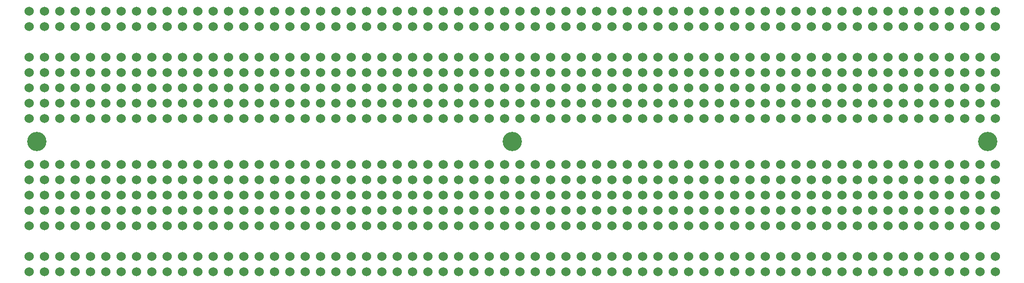
<source format=gbr>
%TF.GenerationSoftware,KiCad,Pcbnew,5.1.9-73d0e3b20d~88~ubuntu20.04.1*%
%TF.CreationDate,2021-01-27T17:20:50-06:00*%
%TF.ProjectId,ProtoPCBs,50726f74-6f50-4434-9273-2e6b69636164,rev?*%
%TF.SameCoordinates,Original*%
%TF.FileFunction,Soldermask,Bot*%
%TF.FilePolarity,Negative*%
%FSLAX46Y46*%
G04 Gerber Fmt 4.6, Leading zero omitted, Abs format (unit mm)*
G04 Created by KiCad (PCBNEW 5.1.9-73d0e3b20d~88~ubuntu20.04.1) date 2021-01-27 17:20:50*
%MOMM*%
%LPD*%
G01*
G04 APERTURE LIST*
%ADD10C,3.200000*%
%ADD11C,1.524000*%
G04 APERTURE END LIST*
D10*
%TO.C,REF\u002A\u002A*%
X151130000Y-80010000D03*
%TD*%
%TO.C,REF\u002A\u002A*%
X229870000Y-80010000D03*
%TD*%
%TO.C,REF\u002A\u002A*%
X72390000Y-80010000D03*
%TD*%
D11*
%TO.C,REF\u002A\u002A*%
X71120000Y-58420000D03*
X228600000Y-60960000D03*
X226060000Y-60960000D03*
X223520000Y-58420000D03*
X208280000Y-58420000D03*
X167640000Y-58420000D03*
X175260000Y-58420000D03*
X180340000Y-58420000D03*
X187960000Y-58420000D03*
X203200000Y-60960000D03*
X210820000Y-60960000D03*
X190500000Y-58420000D03*
X195580000Y-58420000D03*
X165100000Y-58420000D03*
X180340000Y-60960000D03*
X218440000Y-60960000D03*
X220980000Y-60960000D03*
X190500000Y-60960000D03*
X223520000Y-60960000D03*
X231140000Y-60960000D03*
X177800000Y-60960000D03*
X210820000Y-58420000D03*
X195580000Y-60960000D03*
X200660000Y-58420000D03*
X154940000Y-60960000D03*
X198120000Y-58420000D03*
X193040000Y-58420000D03*
X157480000Y-60960000D03*
X81280000Y-60960000D03*
X134620000Y-58420000D03*
X104140000Y-58420000D03*
X152400000Y-58420000D03*
X162560000Y-60960000D03*
X215900000Y-58420000D03*
X185420000Y-58420000D03*
X165100000Y-60960000D03*
X182880000Y-58420000D03*
X152400000Y-60960000D03*
X172720000Y-60960000D03*
X193040000Y-60960000D03*
X177800000Y-58420000D03*
X83820000Y-60960000D03*
X101600000Y-58420000D03*
X71120000Y-60960000D03*
X91440000Y-60960000D03*
X154940000Y-58420000D03*
X205740000Y-58420000D03*
X111760000Y-60960000D03*
X83820000Y-58420000D03*
X99060000Y-60960000D03*
X213360000Y-60960000D03*
X228600000Y-58420000D03*
X162560000Y-58420000D03*
X231140000Y-58420000D03*
X215900000Y-60960000D03*
X220980000Y-58420000D03*
X218440000Y-58420000D03*
X160020000Y-58420000D03*
X175260000Y-60960000D03*
X208280000Y-60960000D03*
X226060000Y-58420000D03*
X182880000Y-60960000D03*
X185420000Y-60960000D03*
X205740000Y-60960000D03*
X203200000Y-58420000D03*
X172720000Y-58420000D03*
X187960000Y-60960000D03*
X157480000Y-58420000D03*
X198120000Y-60960000D03*
X170180000Y-58420000D03*
X170180000Y-60960000D03*
X200660000Y-60960000D03*
X167640000Y-60960000D03*
X213360000Y-58420000D03*
X137160000Y-60960000D03*
X139700000Y-60960000D03*
X109220000Y-60960000D03*
X142240000Y-60960000D03*
X149860000Y-60960000D03*
X96520000Y-60960000D03*
X147320000Y-60960000D03*
X144780000Y-60960000D03*
X142240000Y-58420000D03*
X127000000Y-58420000D03*
X86360000Y-58420000D03*
X93980000Y-58420000D03*
X99060000Y-58420000D03*
X106680000Y-58420000D03*
X121920000Y-60960000D03*
X129540000Y-60960000D03*
X109220000Y-58420000D03*
X132080000Y-60960000D03*
X147320000Y-58420000D03*
X81280000Y-58420000D03*
X114300000Y-58420000D03*
X149860000Y-58420000D03*
X134620000Y-60960000D03*
X139700000Y-58420000D03*
X137160000Y-58420000D03*
X78740000Y-58420000D03*
X93980000Y-60960000D03*
X127000000Y-60960000D03*
X144780000Y-58420000D03*
X101600000Y-60960000D03*
X104140000Y-60960000D03*
X124460000Y-60960000D03*
X121920000Y-58420000D03*
X91440000Y-58420000D03*
X106680000Y-60960000D03*
X76200000Y-58420000D03*
X116840000Y-60960000D03*
X88900000Y-58420000D03*
X88900000Y-60960000D03*
X119380000Y-60960000D03*
X86360000Y-60960000D03*
X132080000Y-58420000D03*
X129540000Y-58420000D03*
X114300000Y-60960000D03*
X119380000Y-58420000D03*
X73660000Y-60960000D03*
X116840000Y-58420000D03*
X111760000Y-58420000D03*
X124460000Y-58420000D03*
X160020000Y-60960000D03*
X96520000Y-58420000D03*
X76200000Y-60960000D03*
X78740000Y-60960000D03*
X73660000Y-58420000D03*
X231140000Y-99060000D03*
X226060000Y-101600000D03*
X226060000Y-99060000D03*
X177800000Y-99060000D03*
X187960000Y-99060000D03*
X175260000Y-99060000D03*
X160020000Y-99060000D03*
X195580000Y-101600000D03*
X160020000Y-101600000D03*
X193040000Y-99060000D03*
X167640000Y-101600000D03*
X198120000Y-101600000D03*
X154940000Y-101600000D03*
X218440000Y-99060000D03*
X231140000Y-101600000D03*
X172720000Y-99060000D03*
X215900000Y-101600000D03*
X213360000Y-99060000D03*
X218440000Y-101600000D03*
X208280000Y-101600000D03*
X167640000Y-99060000D03*
X190500000Y-101600000D03*
X182880000Y-99060000D03*
X182880000Y-101600000D03*
X177800000Y-101600000D03*
X165100000Y-101600000D03*
X157480000Y-101600000D03*
X170180000Y-101600000D03*
X71120000Y-101600000D03*
X142240000Y-99060000D03*
X142240000Y-101600000D03*
X139700000Y-99060000D03*
X139700000Y-101600000D03*
X106680000Y-101600000D03*
X93980000Y-101600000D03*
X152400000Y-101600000D03*
X223520000Y-99060000D03*
X223520000Y-101600000D03*
X220980000Y-99060000D03*
X220980000Y-101600000D03*
X187960000Y-101600000D03*
X175260000Y-101600000D03*
X195580000Y-99060000D03*
X215900000Y-99060000D03*
X190500000Y-99060000D03*
X172720000Y-101600000D03*
X114300000Y-99060000D03*
X134620000Y-99060000D03*
X109220000Y-99060000D03*
X91440000Y-101600000D03*
X162560000Y-101600000D03*
X111760000Y-101600000D03*
X99060000Y-99060000D03*
X99060000Y-101600000D03*
X73660000Y-101600000D03*
X213360000Y-101600000D03*
X228600000Y-101600000D03*
X193040000Y-101600000D03*
X180340000Y-99060000D03*
X180340000Y-101600000D03*
X170180000Y-99060000D03*
X228600000Y-99060000D03*
X154940000Y-99060000D03*
X165100000Y-99060000D03*
X203200000Y-99060000D03*
X203200000Y-101600000D03*
X200660000Y-99060000D03*
X200660000Y-101600000D03*
X162560000Y-99060000D03*
X185420000Y-99060000D03*
X208280000Y-99060000D03*
X81280000Y-99060000D03*
X76200000Y-99060000D03*
X88900000Y-101600000D03*
X104140000Y-99060000D03*
X81280000Y-101600000D03*
X210820000Y-99060000D03*
X205740000Y-101600000D03*
X205740000Y-99060000D03*
X185420000Y-101600000D03*
X198120000Y-99060000D03*
X210820000Y-101600000D03*
X152400000Y-99060000D03*
X137160000Y-99060000D03*
X149860000Y-101600000D03*
X91440000Y-99060000D03*
X134620000Y-101600000D03*
X132080000Y-99060000D03*
X137160000Y-101600000D03*
X127000000Y-101600000D03*
X86360000Y-99060000D03*
X109220000Y-101600000D03*
X101600000Y-99060000D03*
X101600000Y-101600000D03*
X96520000Y-101600000D03*
X149860000Y-99060000D03*
X144780000Y-101600000D03*
X144780000Y-99060000D03*
X96520000Y-99060000D03*
X106680000Y-99060000D03*
X93980000Y-99060000D03*
X78740000Y-99060000D03*
X114300000Y-101600000D03*
X78740000Y-101600000D03*
X111760000Y-99060000D03*
X86360000Y-101600000D03*
X157480000Y-99060000D03*
X132080000Y-101600000D03*
X147320000Y-101600000D03*
X116840000Y-101600000D03*
X88900000Y-99060000D03*
X147320000Y-99060000D03*
X73660000Y-99060000D03*
X83820000Y-99060000D03*
X121920000Y-99060000D03*
X121920000Y-101600000D03*
X119380000Y-99060000D03*
X119380000Y-101600000D03*
X129540000Y-99060000D03*
X124460000Y-101600000D03*
X124460000Y-99060000D03*
X104140000Y-101600000D03*
X116840000Y-99060000D03*
X129540000Y-101600000D03*
X71120000Y-99060000D03*
X127000000Y-99060000D03*
X83820000Y-101600000D03*
X76200000Y-101600000D03*
X71120000Y-83820000D03*
X228600000Y-86360000D03*
X226060000Y-86360000D03*
X223520000Y-83820000D03*
X231140000Y-91440000D03*
X226060000Y-93980000D03*
X226060000Y-91440000D03*
X208280000Y-83820000D03*
X195580000Y-88900000D03*
X160020000Y-88900000D03*
X167640000Y-83820000D03*
X175260000Y-83820000D03*
X177800000Y-91440000D03*
X177800000Y-88900000D03*
X187960000Y-91440000D03*
X180340000Y-83820000D03*
X175260000Y-91440000D03*
X160020000Y-91440000D03*
X180340000Y-88900000D03*
X187960000Y-83820000D03*
X195580000Y-93980000D03*
X193040000Y-88900000D03*
X160020000Y-93980000D03*
X203200000Y-86360000D03*
X193040000Y-91440000D03*
X210820000Y-86360000D03*
X175260000Y-88900000D03*
X190500000Y-83820000D03*
X167640000Y-93980000D03*
X198120000Y-93980000D03*
X195580000Y-83820000D03*
X165100000Y-83820000D03*
X180340000Y-86360000D03*
X154940000Y-93980000D03*
X157480000Y-88900000D03*
X218440000Y-91440000D03*
X218440000Y-88900000D03*
X218440000Y-86360000D03*
X231140000Y-93980000D03*
X220980000Y-86360000D03*
X226060000Y-88900000D03*
X185420000Y-88900000D03*
X172720000Y-91440000D03*
X190500000Y-86360000D03*
X215900000Y-93980000D03*
X213360000Y-88900000D03*
X223520000Y-86360000D03*
X213360000Y-91440000D03*
X231140000Y-86360000D03*
X218440000Y-93980000D03*
X208280000Y-93980000D03*
X177800000Y-86360000D03*
X167640000Y-91440000D03*
X190500000Y-93980000D03*
X182880000Y-91440000D03*
X182880000Y-93980000D03*
X177800000Y-93980000D03*
X162560000Y-88900000D03*
X210820000Y-83820000D03*
X195580000Y-86360000D03*
X208280000Y-91440000D03*
X200660000Y-83820000D03*
X182880000Y-88900000D03*
X165100000Y-93980000D03*
X165100000Y-88900000D03*
X154940000Y-86360000D03*
X157480000Y-93980000D03*
X170180000Y-93980000D03*
X198120000Y-83820000D03*
X193040000Y-83820000D03*
X157480000Y-86360000D03*
X71120000Y-93980000D03*
X81280000Y-86360000D03*
X134620000Y-83820000D03*
X142240000Y-91440000D03*
X142240000Y-93980000D03*
X139700000Y-91440000D03*
X139700000Y-93980000D03*
X106680000Y-93980000D03*
X106680000Y-88900000D03*
X104140000Y-83820000D03*
X93980000Y-93980000D03*
X152400000Y-83820000D03*
X152400000Y-93980000D03*
X162560000Y-86360000D03*
X215900000Y-83820000D03*
X223520000Y-91440000D03*
X223520000Y-93980000D03*
X220980000Y-91440000D03*
X220980000Y-93980000D03*
X187960000Y-93980000D03*
X187960000Y-88900000D03*
X185420000Y-83820000D03*
X175260000Y-93980000D03*
X195580000Y-91440000D03*
X200660000Y-88900000D03*
X215900000Y-91440000D03*
X220980000Y-88900000D03*
X223520000Y-88900000D03*
X203200000Y-88900000D03*
X165100000Y-86360000D03*
X172720000Y-88900000D03*
X210820000Y-88900000D03*
X182880000Y-83820000D03*
X190500000Y-91440000D03*
X152400000Y-86360000D03*
X172720000Y-86360000D03*
X172720000Y-93980000D03*
X193040000Y-86360000D03*
X114300000Y-91440000D03*
X119380000Y-88900000D03*
X170180000Y-88900000D03*
X177800000Y-83820000D03*
X134620000Y-91440000D03*
X139700000Y-88900000D03*
X142240000Y-88900000D03*
X152400000Y-88900000D03*
X121920000Y-88900000D03*
X83820000Y-86360000D03*
X91440000Y-88900000D03*
X129540000Y-88900000D03*
X101600000Y-83820000D03*
X109220000Y-91440000D03*
X71120000Y-86360000D03*
X91440000Y-86360000D03*
X154940000Y-83820000D03*
X91440000Y-93980000D03*
X205740000Y-83820000D03*
X162560000Y-93980000D03*
X111760000Y-86360000D03*
X111760000Y-93980000D03*
X99060000Y-91440000D03*
X99060000Y-93980000D03*
X83820000Y-83820000D03*
X99060000Y-86360000D03*
X73660000Y-93980000D03*
X76200000Y-88900000D03*
X167640000Y-88900000D03*
X231140000Y-88900000D03*
X213360000Y-86360000D03*
X213360000Y-93980000D03*
X228600000Y-93980000D03*
X228600000Y-83820000D03*
X215900000Y-88900000D03*
X162560000Y-83820000D03*
X193040000Y-93980000D03*
X180340000Y-91440000D03*
X180340000Y-93980000D03*
X170180000Y-91440000D03*
X231140000Y-83820000D03*
X215900000Y-86360000D03*
X228600000Y-91440000D03*
X220980000Y-83820000D03*
X218440000Y-83820000D03*
X160020000Y-83820000D03*
X175260000Y-86360000D03*
X154940000Y-91440000D03*
X165100000Y-91440000D03*
X203200000Y-91440000D03*
X203200000Y-93980000D03*
X200660000Y-91440000D03*
X200660000Y-93980000D03*
X208280000Y-86360000D03*
X226060000Y-83820000D03*
X162560000Y-91440000D03*
X208280000Y-88900000D03*
X185420000Y-91440000D03*
X182880000Y-86360000D03*
X185420000Y-86360000D03*
X205740000Y-86360000D03*
X203200000Y-83820000D03*
X210820000Y-91440000D03*
X205740000Y-93980000D03*
X205740000Y-91440000D03*
X172720000Y-83820000D03*
X187960000Y-86360000D03*
X185420000Y-93980000D03*
X157480000Y-83820000D03*
X198120000Y-91440000D03*
X198120000Y-88900000D03*
X198120000Y-86360000D03*
X210820000Y-93980000D03*
X154940000Y-88900000D03*
X170180000Y-83820000D03*
X152400000Y-91440000D03*
X170180000Y-86360000D03*
X200660000Y-86360000D03*
X205740000Y-88900000D03*
X190500000Y-88900000D03*
X167640000Y-86360000D03*
X213360000Y-83820000D03*
X228600000Y-88900000D03*
X137160000Y-91440000D03*
X137160000Y-88900000D03*
X137160000Y-86360000D03*
X149860000Y-93980000D03*
X139700000Y-86360000D03*
X144780000Y-88900000D03*
X104140000Y-88900000D03*
X91440000Y-91440000D03*
X109220000Y-86360000D03*
X134620000Y-93980000D03*
X132080000Y-88900000D03*
X142240000Y-86360000D03*
X132080000Y-91440000D03*
X149860000Y-86360000D03*
X137160000Y-93980000D03*
X127000000Y-93980000D03*
X96520000Y-86360000D03*
X86360000Y-91440000D03*
X109220000Y-93980000D03*
X101600000Y-91440000D03*
X101600000Y-93980000D03*
X96520000Y-93980000D03*
X81280000Y-88900000D03*
X147320000Y-86360000D03*
X144780000Y-86360000D03*
X142240000Y-83820000D03*
X149860000Y-91440000D03*
X144780000Y-93980000D03*
X144780000Y-91440000D03*
X127000000Y-83820000D03*
X114300000Y-88900000D03*
X78740000Y-88900000D03*
X86360000Y-83820000D03*
X93980000Y-83820000D03*
X96520000Y-91440000D03*
X96520000Y-88900000D03*
X106680000Y-91440000D03*
X99060000Y-83820000D03*
X93980000Y-91440000D03*
X78740000Y-91440000D03*
X99060000Y-88900000D03*
X106680000Y-83820000D03*
X114300000Y-93980000D03*
X111760000Y-88900000D03*
X78740000Y-93980000D03*
X121920000Y-86360000D03*
X111760000Y-91440000D03*
X129540000Y-86360000D03*
X93980000Y-88900000D03*
X109220000Y-83820000D03*
X86360000Y-93980000D03*
X157480000Y-91440000D03*
X86360000Y-88900000D03*
X149860000Y-88900000D03*
X132080000Y-86360000D03*
X132080000Y-93980000D03*
X147320000Y-93980000D03*
X147320000Y-83820000D03*
X134620000Y-88900000D03*
X81280000Y-83820000D03*
X116840000Y-93980000D03*
X114300000Y-83820000D03*
X88900000Y-91440000D03*
X149860000Y-83820000D03*
X134620000Y-86360000D03*
X147320000Y-91440000D03*
X139700000Y-83820000D03*
X137160000Y-83820000D03*
X78740000Y-83820000D03*
X93980000Y-86360000D03*
X73660000Y-91440000D03*
X83820000Y-91440000D03*
X121920000Y-91440000D03*
X121920000Y-93980000D03*
X119380000Y-91440000D03*
X119380000Y-93980000D03*
X127000000Y-86360000D03*
X144780000Y-83820000D03*
X101600000Y-86360000D03*
X104140000Y-86360000D03*
X124460000Y-86360000D03*
X121920000Y-83820000D03*
X129540000Y-91440000D03*
X124460000Y-93980000D03*
X124460000Y-91440000D03*
X91440000Y-83820000D03*
X106680000Y-86360000D03*
X104140000Y-93980000D03*
X76200000Y-83820000D03*
X116840000Y-91440000D03*
X116840000Y-88900000D03*
X116840000Y-86360000D03*
X129540000Y-93980000D03*
X73660000Y-88900000D03*
X88900000Y-83820000D03*
X71120000Y-91440000D03*
X88900000Y-86360000D03*
X119380000Y-86360000D03*
X124460000Y-88900000D03*
X109220000Y-88900000D03*
X86360000Y-86360000D03*
X132080000Y-83820000D03*
X147320000Y-88900000D03*
X129540000Y-83820000D03*
X114300000Y-86360000D03*
X127000000Y-91440000D03*
X119380000Y-83820000D03*
X101600000Y-88900000D03*
X83820000Y-93980000D03*
X83820000Y-88900000D03*
X73660000Y-86360000D03*
X76200000Y-93980000D03*
X88900000Y-93980000D03*
X116840000Y-83820000D03*
X111760000Y-83820000D03*
X127000000Y-88900000D03*
X124460000Y-83820000D03*
X160020000Y-86360000D03*
X88900000Y-88900000D03*
X104140000Y-91440000D03*
X96520000Y-83820000D03*
X81280000Y-93980000D03*
X71120000Y-88900000D03*
X76200000Y-86360000D03*
X78740000Y-86360000D03*
X73660000Y-83820000D03*
X76200000Y-91440000D03*
X81280000Y-91440000D03*
X152400000Y-66040000D03*
X152400000Y-76200000D03*
X162560000Y-68580000D03*
X215900000Y-66040000D03*
X223520000Y-73660000D03*
X223520000Y-76200000D03*
X220980000Y-73660000D03*
X220980000Y-76200000D03*
X187960000Y-76200000D03*
X187960000Y-71120000D03*
X185420000Y-66040000D03*
X175260000Y-76200000D03*
X195580000Y-73660000D03*
X200660000Y-71120000D03*
X215900000Y-73660000D03*
X220980000Y-71120000D03*
X223520000Y-71120000D03*
X203200000Y-71120000D03*
X165100000Y-68580000D03*
X172720000Y-71120000D03*
X210820000Y-71120000D03*
X182880000Y-66040000D03*
X190500000Y-73660000D03*
X152400000Y-68580000D03*
X172720000Y-68580000D03*
X172720000Y-76200000D03*
X193040000Y-68580000D03*
X193040000Y-76200000D03*
X180340000Y-73660000D03*
X180340000Y-76200000D03*
X165100000Y-66040000D03*
X180340000Y-68580000D03*
X154940000Y-76200000D03*
X157480000Y-71120000D03*
X218440000Y-73660000D03*
X218440000Y-71120000D03*
X218440000Y-68580000D03*
X231140000Y-76200000D03*
X220980000Y-68580000D03*
X226060000Y-71120000D03*
X185420000Y-71120000D03*
X172720000Y-73660000D03*
X190500000Y-68580000D03*
X215900000Y-76200000D03*
X213360000Y-71120000D03*
X223520000Y-68580000D03*
X213360000Y-73660000D03*
X231140000Y-68580000D03*
X218440000Y-76200000D03*
X208280000Y-76200000D03*
X177800000Y-68580000D03*
X167640000Y-73660000D03*
X190500000Y-76200000D03*
X182880000Y-73660000D03*
X182880000Y-76200000D03*
X177800000Y-76200000D03*
X162560000Y-71120000D03*
X228600000Y-68580000D03*
X226060000Y-68580000D03*
X223520000Y-66040000D03*
X231140000Y-73660000D03*
X226060000Y-76200000D03*
X226060000Y-73660000D03*
X208280000Y-66040000D03*
X195580000Y-71120000D03*
X160020000Y-71120000D03*
X167640000Y-66040000D03*
X175260000Y-66040000D03*
X177800000Y-73660000D03*
X177800000Y-71120000D03*
X187960000Y-73660000D03*
X180340000Y-66040000D03*
X175260000Y-73660000D03*
X160020000Y-73660000D03*
X180340000Y-71120000D03*
X187960000Y-66040000D03*
X195580000Y-76200000D03*
X193040000Y-71120000D03*
X160020000Y-76200000D03*
X203200000Y-68580000D03*
X193040000Y-73660000D03*
X210820000Y-68580000D03*
X175260000Y-71120000D03*
X190500000Y-66040000D03*
X167640000Y-76200000D03*
X167640000Y-71120000D03*
X231140000Y-71120000D03*
X213360000Y-68580000D03*
X213360000Y-76200000D03*
X228600000Y-76200000D03*
X228600000Y-66040000D03*
X215900000Y-71120000D03*
X162560000Y-66040000D03*
X198120000Y-76200000D03*
X195580000Y-66040000D03*
X170180000Y-73660000D03*
X231140000Y-66040000D03*
X215900000Y-68580000D03*
X228600000Y-73660000D03*
X220980000Y-66040000D03*
X218440000Y-66040000D03*
X160020000Y-66040000D03*
X175260000Y-68580000D03*
X154940000Y-73660000D03*
X165100000Y-73660000D03*
X203200000Y-73660000D03*
X203200000Y-76200000D03*
X200660000Y-73660000D03*
X200660000Y-76200000D03*
X208280000Y-68580000D03*
X226060000Y-66040000D03*
X182880000Y-68580000D03*
X185420000Y-68580000D03*
X205740000Y-68580000D03*
X203200000Y-66040000D03*
X210820000Y-73660000D03*
X205740000Y-76200000D03*
X205740000Y-73660000D03*
X172720000Y-66040000D03*
X187960000Y-68580000D03*
X185420000Y-76200000D03*
X157480000Y-66040000D03*
X198120000Y-73660000D03*
X198120000Y-71120000D03*
X198120000Y-68580000D03*
X210820000Y-76200000D03*
X154940000Y-71120000D03*
X170180000Y-66040000D03*
X152400000Y-73660000D03*
X170180000Y-68580000D03*
X200660000Y-68580000D03*
X205740000Y-71120000D03*
X190500000Y-71120000D03*
X167640000Y-68580000D03*
X213360000Y-66040000D03*
X228600000Y-71120000D03*
X210820000Y-66040000D03*
X195580000Y-68580000D03*
X208280000Y-73660000D03*
X200660000Y-66040000D03*
X182880000Y-71120000D03*
X165100000Y-76200000D03*
X165100000Y-71120000D03*
X154940000Y-68580000D03*
X157480000Y-76200000D03*
X170180000Y-76200000D03*
X198120000Y-66040000D03*
X193040000Y-66040000D03*
X208280000Y-71120000D03*
X205740000Y-66040000D03*
X170180000Y-71120000D03*
X185420000Y-73660000D03*
X177800000Y-66040000D03*
X162560000Y-76200000D03*
X152400000Y-71120000D03*
X157480000Y-68580000D03*
X160020000Y-68580000D03*
X154940000Y-66040000D03*
X157480000Y-73660000D03*
X162560000Y-73660000D03*
X134620000Y-73660000D03*
X139700000Y-71120000D03*
X142240000Y-71120000D03*
X149860000Y-71120000D03*
X132080000Y-68580000D03*
X132080000Y-76200000D03*
X147320000Y-76200000D03*
X147320000Y-66040000D03*
X134620000Y-71120000D03*
X134620000Y-76200000D03*
X132080000Y-71120000D03*
X142240000Y-68580000D03*
X132080000Y-73660000D03*
X149860000Y-68580000D03*
X137160000Y-76200000D03*
X134620000Y-66040000D03*
X142240000Y-73660000D03*
X142240000Y-76200000D03*
X139700000Y-73660000D03*
X139700000Y-76200000D03*
X147320000Y-68580000D03*
X144780000Y-68580000D03*
X142240000Y-66040000D03*
X149860000Y-73660000D03*
X144780000Y-76200000D03*
X144780000Y-73660000D03*
X137160000Y-73660000D03*
X137160000Y-71120000D03*
X137160000Y-68580000D03*
X149860000Y-76200000D03*
X139700000Y-68580000D03*
X144780000Y-71120000D03*
X149860000Y-66040000D03*
X134620000Y-68580000D03*
X147320000Y-73660000D03*
X139700000Y-66040000D03*
X137160000Y-66040000D03*
X132080000Y-66040000D03*
X147320000Y-71120000D03*
X144780000Y-66040000D03*
X127000000Y-76200000D03*
X127000000Y-71120000D03*
X124460000Y-66040000D03*
X114300000Y-76200000D03*
X111760000Y-71120000D03*
X121920000Y-66040000D03*
X129540000Y-73660000D03*
X111760000Y-68580000D03*
X111760000Y-76200000D03*
X119380000Y-73660000D03*
X119380000Y-76200000D03*
X119380000Y-68580000D03*
X124460000Y-71120000D03*
X111760000Y-73660000D03*
X129540000Y-68580000D03*
X116840000Y-68580000D03*
X129540000Y-76200000D03*
X121920000Y-73660000D03*
X121920000Y-76200000D03*
X116840000Y-76200000D03*
X114300000Y-66040000D03*
X116840000Y-73660000D03*
X116840000Y-71120000D03*
X127000000Y-73660000D03*
X119380000Y-66040000D03*
X114300000Y-73660000D03*
X119380000Y-71120000D03*
X127000000Y-66040000D03*
X114300000Y-71120000D03*
X129540000Y-66040000D03*
X114300000Y-68580000D03*
X121920000Y-68580000D03*
X124460000Y-68580000D03*
X111760000Y-66040000D03*
X127000000Y-68580000D03*
X124460000Y-76200000D03*
X129540000Y-71120000D03*
X121920000Y-71120000D03*
X124460000Y-73660000D03*
X116840000Y-66040000D03*
X91440000Y-66040000D03*
X91440000Y-76200000D03*
X101600000Y-68580000D03*
X104140000Y-68580000D03*
X91440000Y-68580000D03*
X104140000Y-66040000D03*
X93980000Y-76200000D03*
X96520000Y-71120000D03*
X106680000Y-73660000D03*
X101600000Y-71120000D03*
X99060000Y-71120000D03*
X106680000Y-66040000D03*
X99060000Y-73660000D03*
X99060000Y-76200000D03*
X106680000Y-76200000D03*
X106680000Y-71120000D03*
X101600000Y-66040000D03*
X109220000Y-73660000D03*
X99060000Y-66040000D03*
X93980000Y-73660000D03*
X104140000Y-73660000D03*
X96520000Y-66040000D03*
X93980000Y-71120000D03*
X109220000Y-66040000D03*
X91440000Y-73660000D03*
X109220000Y-68580000D03*
X106680000Y-68580000D03*
X104140000Y-76200000D03*
X104140000Y-71120000D03*
X93980000Y-68580000D03*
X96520000Y-76200000D03*
X109220000Y-76200000D03*
X109220000Y-71120000D03*
X101600000Y-76200000D03*
X91440000Y-71120000D03*
X96520000Y-68580000D03*
X99060000Y-68580000D03*
X93980000Y-66040000D03*
X96520000Y-73660000D03*
X101600000Y-73660000D03*
X88900000Y-73660000D03*
X88900000Y-66040000D03*
X88900000Y-76200000D03*
X88900000Y-71120000D03*
X88900000Y-68580000D03*
X86360000Y-68580000D03*
X86360000Y-66040000D03*
X86360000Y-73660000D03*
X86360000Y-76200000D03*
X86360000Y-71120000D03*
X83820000Y-68580000D03*
X83820000Y-71120000D03*
X83820000Y-66040000D03*
X83820000Y-76200000D03*
X83820000Y-73660000D03*
X81280000Y-71120000D03*
X81280000Y-73660000D03*
X81280000Y-76200000D03*
X81280000Y-66040000D03*
X81280000Y-68580000D03*
X78740000Y-71120000D03*
X78740000Y-66040000D03*
X78740000Y-76200000D03*
X78740000Y-68580000D03*
X78740000Y-73660000D03*
X76200000Y-76200000D03*
X76200000Y-73660000D03*
X76200000Y-71120000D03*
X76200000Y-68580000D03*
X76200000Y-66040000D03*
X73660000Y-66040000D03*
X73660000Y-76200000D03*
X73660000Y-68580000D03*
X73660000Y-73660000D03*
X73660000Y-71120000D03*
X71120000Y-76200000D03*
X71120000Y-73660000D03*
X71120000Y-71120000D03*
X71120000Y-68580000D03*
X71120000Y-66040000D03*
%TD*%
M02*

</source>
